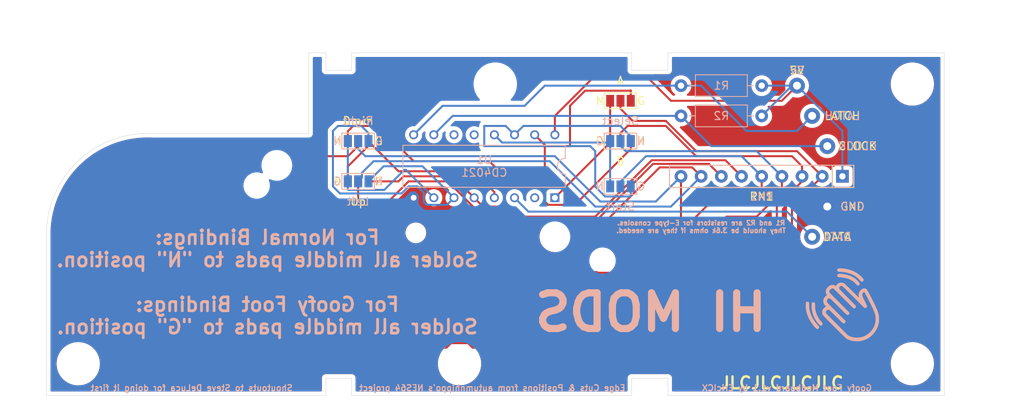
<source format=kicad_pcb>
(kicad_pcb (version 20211014) (generator pcbnew)
  (title_block (comment 1 "AutumnHippo's NES64 project and elektronaut's DXF") (comment 2 "Edge cuts, screw/mechanical holes and board dimensions from"))
  (layers (0 "F.Cu" signal) (31 "B.Cu" signal) (34 "B.Paste" user) (35 "F.Paste" user) (36 "B.SilkS" user "B.Silkscreen") (37 "F.SilkS" user "F.Silkscreen") (38 "B.Mask" user) (39 "F.Mask" user) (44 "Edge.Cuts" user))
  (net 0 "")
  (net 1 "Net-(J1-Pad1)")
  (net 2 "Net-(J2-Pad1)")
  (net 3 "Net-(J3-Pad1)")
  (net 4 "+5V")
  (net 5 "GND")
  (net 9 "Net-(U1-Pad7)")
  (net 10 "Net-(S1-Pad2)")
  (net 11 "Net-(U1-Pad6)")
  (net 12 "Net-(S2-Pad2)")
  (net 13 "Net-(S3-Pad2)")
  (net 14 "Net-(S5-Pad2)")
  (net 15 "Net-(U1-Pad14)")
  (net 16 "Net-(S6-Pad2)")
  (net 17 "Net-(U1-Pad15)")
  (net 18 "Net-(S7-Pad2)")
  (net 19 "Net-(U1-Pad1)")
  (net 20 "Net-(S8-Pad2)")
  (net 21 "Net-(JP4-Pad1)")
  (net 22 "Net-(JP4-Pad3)")
  (net 23 "Net-(RN1-Pad6)")
  (net 24 "Net-(JP6-Pad3)")
  (footprint "" (layer "F.Cu") (at 82.24 99.82)
    (fp_text reference "@HOLE0" hide)
    (fp_text value "" (at 0 0) (layer "F.SilkS") (effects (font (size 1.27 1.27))))
    (pad "" np_thru_hole circle (at 0 0) (size 4.44 4.44) (drill 4.44) (layers *.Cu *.Mask))
  )
  (footprint "NES:Controller-Pad" (layer "F.Cu") (at 135.025 89.789)
    (fp_text reference "S5" hide)
    (fp_text value "Start_Button" hide)
    (pad "1" smd custom (at -0.2 -0.2) (size 0 0) (layers "F.Cu" "F.Paste" "F.Mask") (net 5 "GND") (options (clearance outline) (anchor rect)) (primitives (gr_poly (pts (xy 0 0) (xy 7 0) (xy 7 0.4) (xy 0.4 0.4) (xy 0.4 1.2) (xy 6.4 1.2) (xy 6.4 1.6) (xy 0.4 1.6) (xy 0.4 2.4) (xy 6.4 2.4) (xy 6.4 2.8) (xy 0.4 2.8) (xy 0.4 3.6) (xy 6.4 3.6) (xy 6.4 4) (xy 0.4 4) (xy 0.4 4.8) (xy 6.4 4.8) (xy 6.4 5.2) (xy 0.4 5.2) (xy 0.4 6) (xy 6.4 6) (xy 6.4 6.4) (xy 0 6.4)) (width 0) (fill yes))))
    (pad "2" smd custom (at 6.8 6.8 180) (size 0 0) (layers "F.Cu" "F.Paste" "F.Mask") (net 14 "Net-(S5-Pad2)") (options (clearance outline) (anchor rect)) (primitives (gr_poly (pts (xy 0 0) (xy 7 0) (xy 7 0.4) (xy 0.4 0.4) (xy 0.4 1.2) (xy 6.4 1.2) (xy 6.4 1.6) (xy 0.4 1.6) (xy 0.4 2.4) (xy 6.4 2.4) (xy 6.4 2.8) (xy 0.4 2.8) (xy 0.4 3.6) (xy 6.4 3.6) (xy 6.4 4) (xy 0.4 4) (xy 0.4 4.8) (xy 6.4 4.8) (xy 6.4 5.2) (xy 0.4 5.2) (xy 0.4 6) (xy 6.4 6) (xy 6.4 6.4) (xy 0 6.4)) (width 0) (fill yes))))
  )
  (footprint "NES:Controller-Pad" (layer "F.Cu") (at 156.516 89.7765)
    (fp_text reference "S7" hide)
    (fp_text value "B_Button" hide)
    (pad "1" smd custom (at -0.2 -0.2) (size 0 0) (layers "F.Cu" "F.Paste" "F.Mask") (net 5 "GND") (options (clearance outline) (anchor rect)) (primitives (gr_poly (pts (xy 0 0) (xy 7 0) (xy 7 0.4) (xy 0.4 0.4) (xy 0.4 1.2) (xy 6.4 1.2) (xy 6.4 1.6) (xy 0.4 1.6) (xy 0.4 2.4) (xy 6.4 2.4) (xy 6.4 2.8) (xy 0.4 2.8) (xy 0.4 3.6) (xy 6.4 3.6) (xy 6.4 4) (xy 0.4 4) (xy 0.4 4.8) (xy 6.4 4.8) (xy 6.4 5.2) (xy 0.4 5.2) (xy 0.4 6) (xy 6.4 6) (xy 6.4 6.4) (xy 0 6.4)) (width 0) (fill yes))))
    (pad "2" smd custom (at 6.8 6.8 180) (size 0 0) (layers "F.Cu" "F.Paste" "F.Mask") (net 18 "Net-(S7-Pad2)") (options (clearance outline) (anchor rect)) (primitives (gr_poly (pts (xy 0 0) (xy 7 0) (xy 7 0.4) (xy 0.4 0.4) (xy 0.4 1.2) (xy 6.4 1.2) (xy 6.4 1.6) (xy 0.4 1.6) (xy 0.4 2.4) (xy 6.4 2.4) (xy 6.4 2.8) (xy 0.4 2.8) (xy 0.4 3.6) (xy 6.4 3.6) (xy 6.4 4) (xy 0.4 4) (xy 0.4 4.8) (xy 6.4 4.8) (xy 6.4 5.2) (xy 0.4 5.2) (xy 0.4 6) (xy 6.4 6) (xy 6.4 6.4) (xy 0 6.4)) (width 0) (fill yes))))
  )
  (footprint "NES:Controller-Pad" (layer "F.Cu") (at 91.492 93.0785)
    (fp_text reference "S3" hide)
    (fp_text value "Down_Pad" hide)
    (pad "1" smd custom (at -0.2 -0.2) (size 0 0) (layers "F.Cu" "F.Paste" "F.Mask") (net 5 "GND") (options (clearance outline) (anchor rect)) (primitives (gr_poly (pts (xy 0 0) (xy 7 0) (xy 7 0.4) (xy 0.4 0.4) (xy 0.4 1.2) (xy 6.4 1.2) (xy 6.4 1.6) (xy 0.4 1.6) (xy 0.4 2.4) (xy 6.4 2.4) (xy 6.4 2.8) (xy 0.4 2.8) (xy 0.4 3.6) (xy 6.4 3.6) (xy 6.4 4) (xy 0.4 4) (xy 0.4 4.8) (xy 6.4 4.8) (xy 6.4 5.2) (xy 0.4 5.2) (xy 0.4 6) (xy 6.4 6) (xy 6.4 6.4) (xy 0 6.4)) (width 0) (fill yes))))
    (pad "2" smd custom (at 6.8 6.8 180) (size 0 0) (layers "F.Cu" "F.Paste" "F.Mask") (net 13 "Net-(S3-Pad2)") (options (clearance outline) (anchor rect)) (primitives (gr_poly (pts (xy 0 0) (xy 7 0) (xy 7 0.4) (xy 0.4 0.4) (xy 0.4 1.2) (xy 6.4 1.2) (xy 6.4 1.6) (xy 0.4 1.6) (xy 0.4 2.4) (xy 6.4 2.4) (xy 6.4 2.8) (xy 0.4 2.8) (xy 0.4 3.6) (xy 6.4 3.6) (xy 6.4 4) (xy 0.4 4) (xy 0.4 4.8) (xy 6.4 4.8) (xy 6.4 5.2) (xy 0.4 5.2) (xy 0.4 6) (xy 6.4 6) (xy 6.4 6.4) (xy 0 6.4)) (width 0) (fill yes))))
  )
  (footprint "NES:Controller_Cord_Pad" (layer "F.Cu") (at 176.53 80.01)
    (fp_text reference "J5" hide)
    (fp_text value "NES_GND" hide)
    (pad "1" thru_hole circle (at 0 0) (size 2 2) (drill 1) (layers *.Cu *.Mask) (net 5 "GND"))
  )
  (footprint "NES:Controller-Pad" (layer "F.Cu") (at 119.025 89.7765)
    (fp_text reference "S6" hide)
    (fp_text value "Select_Button" hide)
    (pad "1" smd custom (at -0.2 -0.2) (size 0 0) (layers "F.Cu" "F.Paste" "F.Mask") (net 5 "GND") (options (clearance outline) (anchor rect)) (primitives (gr_poly (pts (xy 0 0) (xy 7 0) (xy 7 0.4) (xy 0.4 0.4) (xy 0.4 1.2) (xy 6.4 1.2) (xy 6.4 1.6) (xy 0.4 1.6) (xy 0.4 2.4) (xy 6.4 2.4) (xy 6.4 2.8) (xy 0.4 2.8) (xy 0.4 3.6) (xy 6.4 3.6) (xy 6.4 4) (xy 0.4 4) (xy 0.4 4.8) (xy 6.4 4.8) (xy 6.4 5.2) (xy 0.4 5.2) (xy 0.4 6) (xy 6.4 6) (xy 6.4 6.4) (xy 0 6.4)) (width 0) (fill yes))))
    (pad "2" smd custom (at 6.8 6.8 180) (size 0 0) (layers "F.Cu" "F.Paste" "F.Mask") (net 16 "Net-(S6-Pad2)") (options (clearance outline) (anchor rect)) (primitives (gr_poly (pts (xy 0 0) (xy 7 0) (xy 7 0.4) (xy 0.4 0.4) (xy 0.4 1.2) (xy 6.4 1.2) (xy 6.4 1.6) (xy 0.4 1.6) (xy 0.4 2.4) (xy 6.4 2.4) (xy 6.4 2.8) (xy 0.4 2.8) (xy 0.4 3.6) (xy 6.4 3.6) (xy 6.4 4) (xy 0.4 4) (xy 0.4 4.8) (xy 6.4 4.8) (xy 6.4 5.2) (xy 0.4 5.2) (xy 0.4 6) (xy 6.4 6) (xy 6.4 6.4) (xy 0 6.4)) (width 0) (fill yes))))
  )
  (footprint "" (layer "F.Cu") (at 148.24 86.828)
    (fp_text reference "@HOLE7" hide)
    (fp_text value "" (at 0 0) (layer "F.SilkS") (effects (font (size 1.27 1.27))))
    (pad "" np_thru_hole circle (at 0 0) (size 2.3 2.3) (drill 2.3) (layers *.Cu *.Mask))
  )
  (footprint "NES:Controller_Cord_Pad" (layer "F.Cu") (at 172.72 64.77)
    (fp_text reference "J4" hide)
    (fp_text value "NES_5V" hide)
    (pad "1" thru_hole circle (at 0 0) (size 2 2) (drill 1) (layers *.Cu *.Mask) (net 4 "+5V"))
  )
  (footprint "NES:Controller_Cord_Pad" (layer "F.Cu") (at 174.625 83.82)
    (fp_text reference "J3" hide)
    (fp_text value "NES_Data" hide)
    (pad "1" thru_hole circle (at 0 0) (size 2 2) (drill 1) (layers *.Cu *.Mask) (net 3 "Net-(J3-Pad1)"))
  )
  (footprint "NES:Controller-Pad" (layer "F.Cu") (at 100.625 83.925)
    (fp_text reference "S1" hide)
    (fp_text value "Right_Pad" hide)
    (pad "1" smd custom (at -0.2 -0.2) (size 0 0) (layers "F.Cu" "F.Paste" "F.Mask") (net 5 "GND") (options (clearance outline) (anchor rect)) (primitives (gr_poly (pts (xy 0 0) (xy 7 0) (xy 7 0.4) (xy 0.4 0.4) (xy 0.4 1.2) (xy 6.4 1.2) (xy 6.4 1.6) (xy 0.4 1.6) (xy 0.4 2.4) (xy 6.4 2.4) (xy 6.4 2.8) (xy 0.4 2.8) (xy 0.4 3.6) (xy 6.4 3.6) (xy 6.4 4) (xy 0.4 4) (xy 0.4 4.8) (xy 6.4 4.8) (xy 6.4 5.2) (xy 0.4 5.2) (xy 0.4 6) (xy 6.4 6) (xy 6.4 6.4) (xy 0 6.4)) (width 0) (fill yes))))
    (pad "2" smd custom (at 6.8 6.8 180) (size 0 0) (layers "F.Cu" "F.Paste" "F.Mask") (net 10 "Net-(S1-Pad2)") (options (clearance outline) (anchor rect)) (primitives (gr_poly (pts (xy 0 0) (xy 7 0) (xy 7 0.4) (xy 0.4 0.4) (xy 0.4 1.2) (xy 6.4 1.2) (xy 6.4 1.6) (xy 0.4 1.6) (xy 0.4 2.4) (xy 6.4 2.4) (xy 6.4 2.8) (xy 0.4 2.8) (xy 0.4 3.6) (xy 6.4 3.6) (xy 6.4 4) (xy 0.4 4) (xy 0.4 4.8) (xy 6.4 4.8) (xy 6.4 5.2) (xy 0.4 5.2) (xy 0.4 6) (xy 6.4 6) (xy 6.4 6.4) (xy 0 6.4)) (width 0) (fill yes))))
  )
  (footprint "" (layer "F.Cu") (at 107.24 74.82)
    (fp_text reference "@HOLE5" hide)
    (fp_text value "" (at 0 0) (layer "F.SilkS") (effects (font (size 1.27 1.27))))
    (pad "" np_thru_hole circle (at 0 0) (size 2.85 2.85) (drill 2.85) (layers *.Cu *.Mask))
  )
  (footprint "" (layer "F.Cu") (at 187.24 64.574)
    (fp_text reference "@HOLE3" hide)
    (fp_text value "" (at 0 0) (layer "F.SilkS") (effects (font (size 1.27 1.27))))
    (pad "" np_thru_hole circle (at 0 0) (size 4.44 4.44) (drill 4.44) (layers *.Cu *.Mask))
  )
  (footprint "clipboard:3e7bcc2a-10c2-45cd-9897-4c0007e1c7fc" (layer "F.Cu") (at 179.875 77.6 180)
    (fp_text reference "" (at 0 0) (layer "F.SilkS") (effects (font (size 1.27 1.27))))
    (fp_text value "" (at 0 0) (layer "F.SilkS") (effects (font (size 1.27 1.27))))
  )
  (footprint "" (layer "F.Cu") (at 130.24 99.82)
    (fp_text reference "@HOLE1" hide)
    (fp_text value "" (at 0 0) (layer "F.SilkS") (effects (font (size 1.27 1.27))))
    (pad "" np_thru_hole circle (at 0 0) (size 4.44 4.44) (drill 4.44) (layers *.Cu *.Mask))
  )
  (footprint "" (layer "F.Cu") (at 134.739871 64.574)
    (fp_text reference "@HOLE4" hide)
    (fp_text value "" (at 0 0) (layer "F.SilkS") (effects (font (size 1.27 1.27))))
    (pad "" np_thru_hole circle (at 0 0) (size 4.44 4.44) (drill 4.44) (layers *.Cu *.Mask))
  )
  (footprint "NES:Controller-Pad" (layer "F.Cu") (at 82.525 83.925)
    (fp_text reference "S2" hide)
    (fp_text value "Left_Pad" hide)
    (pad "1" smd custom (at -0.2 -0.2) (size 0 0) (layers "F.Cu" "F.Paste" "F.Mask") (net 5 "GND") (options (clearance outline) (anchor rect)) (primitives (gr_poly (pts (xy 0 0) (xy 7 0) (xy 7 0.4) (xy 0.4 0.4) (xy 0.4 1.2) (xy 6.4 1.2) (xy 6.4 1.6) (xy 0.4 1.6) (xy 0.4 2.4) (xy 6.4 2.4) (xy 6.4 2.8) (xy 0.4 2.8) (xy 0.4 3.6) (xy 6.4 3.6) (xy 6.4 4) (xy 0.4 4) (xy 0.4 4.8) (xy 6.4 4.8) (xy 6.4 5.2) (xy 0.4 5.2) (xy 0.4 6) (xy 6.4 6) (xy 6.4 6.4) (xy 0 6.4)) (width 0) (fill yes))))
    (pad "2" smd custom (at 6.8 6.8 180) (size 0 0) (layers "F.Cu" "F.Paste" "F.Mask") (net 12 "Net-(S2-Pad2)") (options (clearance outline) (anchor rect)) (primitives (gr_poly (pts (xy 0 0) (xy 7 0) (xy 7 0.4) (xy 0.4 0.4) (xy 0.4 1.2) (xy 6.4 1.2) (xy 6.4 1.6) (xy 0.4 1.6) (xy 0.4 2.4) (xy 6.4 2.4) (xy 6.4 2.8) (xy 0.4 2.8) (xy 0.4 3.6) (xy 6.4 3.6) (xy 6.4 4) (xy 0.4 4) (xy 0.4 4.8) (xy 6.4 4.8) (xy 6.4 5.2) (xy 0.4 5.2) (xy 0.4 6) (xy 6.4 6) (xy 6.4 6.4) (xy 0 6.4)) (width 0) (fill yes))))
  )
  (footprint "" (layer "F.Cu") (at 187.24 99.82)
    (fp_text reference "@HOLE2" hide)
    (fp_text value "" (at 0 0) (layer "F.SilkS") (effects (font (size 1.27 1.27))))
    (pad "" np_thru_hole circle (at 0 0) (size 4.44 4.44) (drill 4.44) (layers *.Cu *.Mask))
  )
  (footprint "Jumper:SolderJumper-3_P1.3mm_Open_Pad1.0x1.5mm_NumberLabels" (layer "F.Cu") (at 117.475 71.755 180)
    (fp_text reference "JPd" hide)
    (fp_text value "Down_Jumper" hide)
    (fp_text user "N" (at 2.6 0) (layer "F.SilkS"))
    (fp_text user "G" (at -2.6 0) (layer "F.SilkS"))
    (pad "1" smd rect (at -1.3 0 180) (size 1 1.5) (layers "F.Cu" "F.Mask") (net 21 "Net-(JP4-Pad1)"))
    (pad "2" smd rect (at 0 0 180) (size 1 1.5) (layers "F.Cu" "F.Mask") (net 13 "Net-(S3-Pad2)"))
    (pad "3" smd rect (at 1.3 0 180) (size 1 1.5) (layers "F.Cu" "F.Mask") (net 22 "Net-(JP4-Pad3)"))
  )
  (footprint "NES:Controller-Pad" (layer "F.Cu") (at 98.246 81.2925 180)
    (fp_text reference "S4" hide)
    (fp_text value "Up_Pad" hide)
    (pad "1" smd custom (at -0.2 -0.2 180) (size 0 0) (layers "F.Cu" "F.Paste" "F.Mask") (net 5 "GND") (options (clearance outline) (anchor rect)) (primitives (gr_poly (pts (xy 0 0) (xy 7 0) (xy 7 0.4) (xy 0.4 0.4) (xy 0.4 1.2) (xy 6.4 1.2) (xy 6.4 1.6) (xy 0.4 1.6) (xy 0.4 2.4) (xy 6.4 2.4) (xy 6.4 2.8) (xy 0.4 2.8) (xy 0.4 3.6) (xy 6.4 3.6) (xy 6.4 4) (xy 0.4 4) (xy 0.4 4.8) (xy 6.4 4.8) (xy 6.4 5.2) (xy 0.4 5.2) (xy 0.4 6) (xy 6.4 6) (xy 6.4 6.4) (xy 0 6.4)) (width 0) (fill yes))))
    (pad "2" smd custom (at 6.8 6.8) (size 0 0) (layers "F.Cu" "F.Paste" "F.Mask") (net 23 "Net-(RN1-Pad6)") (options (clearance outline) (anchor rect)) (primitives (gr_poly (pts (xy 0 0) (xy 7 0) (xy 7 0.4) (xy 0.4 0.4) (xy 0.4 1.2) (xy 6.4 1.2) (xy 6.4 1.6) (xy 0.4 1.6) (xy 0.4 2.4) (xy 6.4 2.4) (xy 6.4 2.8) (xy 0.4 2.8) (xy 0.4 3.6) (xy 6.4 3.6) (xy 6.4 4) (xy 0.4 4) (xy 0.4 4.8) (xy 6.4 4.8) (xy 6.4 5.2) (xy 0.4 5.2) (xy 0.4 6) (xy 6.4 6) (xy 6.4 6.4) (xy 0 6.4)) (width 0) (fill yes))))
  )
  (footprint "" (layer "F.Cu") (at 124.739781 83.319991)
    (fp_text reference "@HOLE9" hide)
    (fp_text value "" (at 0 0) (layer "F.SilkS") (effects (font (size 1.27 1.27))))
    (pad "" np_thru_hole circle (at 0 0) (size 1.6002 1.6002) (drill 1.6002) (layers *.Cu *.Mask))
  )
  (footprint "NES:Controller_Cord_Pad" (layer "F.Cu") (at 174.625 68.58)
    (fp_text reference "J1" hide)
    (fp_text value "NES_Latch" hide)
    (pad "1" thru_hole circle (at 0 0) (size 2 2) (drill 1) (layers *.Cu *.Mask) (net 1 "Net-(J1-Pad1)"))
  )
  (footprint "" (layer "F.Cu") (at 142.24 83.82)
    (fp_text reference "@HOLE6" hide)
    (fp_text value "" (at 0 0) (layer "F.SilkS") (effects (font (size 1.27 1.27))))
    (pad "" np_thru_hole circle (at 0 0) (size 2.85 2.85) (drill 2.85) (layers *.Cu *.Mask))
  )
  (footprint "NES:Controller-Pad" (layer "F.Cu") (at 179.272 96.3875 180)
    (fp_text reference "S8" hide)
    (fp_text value "A_Button" hide)
    (pad "1" smd custom (at -0.2 -0.2 180) (size 0 0) (layers "F.Cu" "F.Paste" "F.Mask") (net 5 "GND") (options (clearance outline) (anchor rect)) (primitives (gr_poly (pts (xy 0 0) (xy 7 0) (xy 7 0.4) (xy 0.4 0.4) (xy 0.4 1.2) (xy 6.4 1.2) (xy 6.4 1.6) (xy 0.4 1.6) (xy 0.4 2.4) (xy 6.4 2.4) (xy 6.4 2.8) (xy 0.4 2.8) (xy 0.4 3.6) (xy 6.4 3.6) (xy 6.4 4) (xy 0.4 4) (xy 0.4 4.8) (xy 6.4 4.8) (xy 6.4 5.2) (xy 0.4 5.2) (xy 0.4 6) (xy 6.4 6) (xy 6.4 6.4) (xy 0 6.4)) (width 0) (fill yes))))
    (pad "2" smd custom (at 6.8 6.8) (size 0 0) (layers "F.Cu" "F.Paste" "F.Mask") (net 20 "Net-(S8-Pad2)") (options (clearance outline) (anchor rect)) (primitives (gr_poly (pts (xy 0 0) (xy 7 0) (xy 7 0.4) (xy 0.4 0.4) (xy 0.4 1.2) (xy 6.4 1.2) (xy 6.4 1.6) (xy 0.4 1.6) (xy 0.4 2.4) (xy 6.4 2.4) (xy 6.4 2.8) (xy 0.4 2.8) (xy 0.4 3.6) (xy 6.4 3.6) (xy 6.4 4) (xy 0.4 4) (xy 0.4 4.8) (xy 6.4 4.8) (xy 6.4 5.2) (xy 0.4 5.2) (xy 0.4 6) (xy 6.4 6) (xy 6.4 6.4) (xy 0 6.4)) (width 0) (fill yes))))
  )
  (footprint "Jumper:SolderJumper-3_P1.3mm_Open_Pad1.0x1.5mm_NumberLabels" (layer "F.Cu") (at 150.495 71.755)
    (fp_text reference "JP7" hide)
    (fp_text value "B_Jumper" hide)
    (fp_text user "G" (at -2.6 0) (layer "F.SilkS"))
    (fp_text user "N" (at 2.6 0) (layer "F.SilkS"))
    (pad "1" smd rect (at -1.3 0) (size 1 1.5) (layers "F.Cu" "F.Mask") (net 19 "Net-(U1-Pad1)"))
    (pad "2" smd rect (at 0 0) (size 1 1.5) (layers "F.Cu" "F.Mask") (net 18 "Net-(S7-Pad2)"))
    (pad "3" smd rect (at 1.3 0) (size 1 1.5) (layers "F.Cu" "F.Mask") (net 17 "Net-(U1-Pad15)"))
  )
  (footprint "Jumper:SolderJumper-3_P1.3mm_Open_Pad1.0x1.5mm_NumberLabels" (layer "F.Cu") (at 150.495 66.675)
    (fp_text reference "JP8" hide)
    (fp_text value "A_Jumper" hide)
    (fp_text user "G" (at 2.6 0) (layer "F.SilkS"))
    (fp_text user "N" (at -2.6 0) (layer "F.SilkS"))
    (pad "1" smd rect (at -1.3 0) (size 1 1.5) (layers "F.Cu" "F.Mask") (net 19 "Net-(U1-Pad1)"))
    (pad "2" smd rect (at 0 0) (size 1 1.5) (layers "F.Cu" "F.Mask") (net 20 "Net-(S8-Pad2)"))
    (pad "3" smd rect (at 1.3 0) (size 1 1.5) (layers "F.Cu" "F.Mask") (net 17 "Net-(U1-Pad15)"))
  )
  (footprint "Jumper:SolderJumper-3_P1.3mm_Open_Pad1.0x1.5mm_NumberLabels" (layer "F.Cu") (at 117.475 76.835)
    (fp_text reference "JP4" hide)
    (fp_text value "Up_Jumper" hide)
    (fp_text user "N" (at -2.6 0) (layer "F.SilkS"))
    (fp_text user "G" (at 2.6 0) (layer "F.SilkS"))
    (pad "1" smd rect (at -1.3 0) (size 1 1.5) (layers "F.Cu" "F.Mask") (net 21 "Net-(JP4-Pad1)"))
    (pad "2" smd rect (at 0 0) (size 1 1.5) (layers "F.Cu" "F.Mask") (net 23 "Net-(RN1-Pad6)"))
    (pad "3" smd rect (at 1.3 0) (size 1 1.5) (layers "F.Cu" "F.Mask") (net 22 "Net-(JP4-Pad3)"))
  )
  (footprint "" (layer "F.Cu") (at 104.7 77.36)
    (fp_text reference "@HOLE8" hide)
    (fp_text value "" (at 0 0) (layer "F.SilkS") (effects (font (size 1.27 1.27))))
    (pad "" np_thru_hole circle (at 0 0) (size 2.3 2.3) (drill 2.3) (layers *.Cu *.Mask))
  )
  (footprint "NES:Controller_Cord_Pad" (layer "F.Cu") (at 176.53 72.39)
    (fp_text reference "J2" hide)
    (fp_text value "NES_Clock" hide)
    (pad "1" thru_hole circle (at 0 0) (size 2 2) (drill 1) (layers *.Cu *.Mask) (net 2 "Net-(J2-Pad1)"))
  )
  (footprint "Mouser:DIP794W53P254L1930H508Q16N" (layer "B.Cu") (at 133.35 74.93 90)
    (fp_text reference "U1" hide)
    (fp_text value "CD4021" hide)
    (pad "1" thru_hole rect (at -3.97 8.89 90) (size 1.13 1.13) (drill 0.73) (layers *.Cu *.Mask) (net 19 "Net-(U1-Pad1)"))
    (pad "2" thru_hole circle (at -3.97 6.35 90) (size 1.13 1.13) (drill 0.73) (layers *.Cu *.Mask))
    (pad "3" thru_hole circle (at -3.97 3.81 90) (size 1.13 1.13) (drill 0.73) (layers *.Cu *.Mask) (net 3 "Net-(J3-Pad1)"))
    (pad "4" thru_hole circle (at -3.97 1.27 90) (size 1.13 1.13) (drill 0.73) (layers *.Cu *.Mask) (net 21 "Net-(JP4-Pad1)"))
    (pad "5" thru_hole circle (at -3.97 -1.27 90) (size 1.13 1.13) (drill 0.73) (layers *.Cu *.Mask) (net 22 "Net-(JP4-Pad3)"))
    (pad "6" thru_hole circle (at -3.97 -3.81 90) (size 1.13 1.13) (drill 0.73) (layers *.Cu *.Mask) (net 11 "Net-(U1-Pad6)"))
    (pad "7" thru_hole circle (at -3.97 -6.35 90) (size 1.13 1.13) (drill 0.73) (layers *.Cu *.Mask) (net 9 "Net-(U1-Pad7)"))
    (pad "8" thru_hole circle (at -3.97 -8.89 90) (size 1.13 1.13) (drill 0.73) (layers *.Cu *.Mask) (net 5 "GND"))
    (pad "9" thru_hole circle (at 3.97 -8.89 90) (size 1.13 1.13) (drill 0.73) (layers *.Cu *.Mask) (net 1 "Net-(J1-Pad1)"))
    (pad "10" thru_hole circle (at 3.97 -6.35 90) (size 1.13 1.13) (drill 0.73) (layers *.Cu *.Mask) (net 2 "Net-(J2-Pad1)"))
    (pad "11" thru_hole circle (at 3.97 -3.81 90) (size 1.13 1.13) (drill 0.73) (layers *.Cu *.Mask))
    (pad "12" thru_hole circle (at 3.97 -1.27 90) (size 1.13 1.13) (drill 0.73) (layers *.Cu *.Mask))
    (pad "13" thru_hole circle (at 3.97 1.27 90) (size 1.13 1.13) (drill 0.73) (layers *.Cu *.Mask) (net 24 "Net-(JP6-Pad3)"))
    (pad "14" thru_hole circle (at 3.97 3.81 90) (size 1.13 1.13) (drill 0.73) (layers *.Cu *.Mask) (net 15 "Net-(U1-Pad14)"))
    (pad "15" thru_hole circle (at 3.97 6.35 90) (size 1.13 1.13) (drill 0.73) (layers *.Cu *.Mask) (net 17 "Net-(U1-Pad15)"))
    (pad "16" thru_hole circle (at 3.97 8.89 90) (size 1.13 1.13) (drill 0.73) (layers *.Cu *.Mask) (net 4 "+5V"))
  )
  (footprint "Resistor_THT:R_Axial_DIN0207_L6.3mm_D2.5mm_P10.16mm_Horizontal" (layer "B.Cu") (at 168.275 64.77 180)
    (fp_text reference "R1" (at 5.08 0) (layer "B.SilkS") (effects (justify mirror)))
    (fp_text value "3.6k" hide)
    (pad "1" thru_hole circle (at 0 0 180) (size 1.6 1.6) (drill 0.8) (layers *.Cu *.Mask) (net 4 "+5V"))
    (pad "2" thru_hole oval (at 10.16 0 180) (size 1.6 1.6) (drill 0.8) (layers *.Cu *.Mask) (net 1 "Net-(J1-Pad1)"))
  )
  (footprint "Jumper:SolderJumper-3_P1.3mm_Open_Pad1.0x1.5mm_NumberLabels" (layer "B.Cu") (at 150.495 77.47 180)
    (fp_text reference "JP5" hide)
    (fp_text value "Start_Jumper" hide)
    (fp_text user "N" (at 2.6 0) (layer "B.SilkS") (effects (justify mirror)))
    (fp_text user "G" (at -2.6 0) (layer "B.SilkS") (effects (justify mirror)))
    (pad "1" smd rect (at -1.3 0 180) (size 1 1.5) (layers "B.Cu" "B.Mask") (net 15 "Net-(U1-Pad14)"))
    (pad "2" smd rect (at 0 0 180) (size 1 1.5) (layers "B.Cu" "B.Mask") (net 14 "Net-(S5-Pad2)"))
    (pad "3" smd rect (at 1.3 0 180) (size 1 1.5) (layers "B.Cu" "B.Mask") (net 24 "Net-(JP6-Pad3)"))
  )
  (footprint "Jumper:SolderJumper-3_P1.3mm_Open_Pad1.0x1.5mm_NumberLabels" (layer "B.Cu") (at 150.495 71.755 180)
    (fp_text reference "JP6" hide)
    (fp_text value "Select_Jumper" hide)
    (fp_text user "N" (at -2.6 0) (layer "B.SilkS") (effects (justify mirror)))
    (fp_text user "G" (at 2.6 0) (layer "B.SilkS") (effects (justify mirror)))
    (pad "1" smd rect (at -1.3 0 180) (size 1 1.5) (layers "B.Cu" "B.Mask") (net 15 "Net-(U1-Pad14)"))
    (pad "2" smd rect (at 0 0 180) (size 1 1.5) (layers "B.Cu" "B.Mask") (net 16 "Net-(S6-Pad2)"))
    (pad "3" smd rect (at 1.3 0 180) (size 1 1.5) (layers "B.Cu" "B.Mask") (net 24 "Net-(JP6-Pad3)"))
  )
  (footprint "LOGO" (layer "B.Cu") (at 178.435 92.71 180)
    (fp_text reference "G***" hide)
    (fp_text value "LOGO" hide)
  )
  (footprint "Jumper:SolderJumper-3_P1.3mm_Open_Pad1.0x1.5mm_NumberLabels" (layer "B.Cu") (at 117.475 71.755 180)
    (fp_text reference "JP1" hide)
    (fp_text value "Right_Jumper" hide)
    (fp_text user "N" (at 2.6 0) (layer "B.SilkS") (effects (justify mirror)))
    (fp_text user "G" (at -2.6 0) (layer "B.SilkS") (effects (justify mirror)))
    (pad "1" smd rect (at -1.3 0 180) (size 1 1.5) (layers "B.Cu" "B.Mask") (net 11 "Net-(U1-Pad6)"))
    (pad "2" smd rect (at 0 0 180) (size 1 1.5) (layers "B.Cu" "B.Mask") (net 10 "Net-(S1-Pad2)"))
    (pad "3" smd rect (at 1.3 0 180) (size 1 1.5) (layers "B.Cu" "B.Mask") (net 9 "Net-(U1-Pad7)"))
  )
  (footprint "Jumper:SolderJumper-3_P1.3mm_Open_Pad1.0x1.5mm_NumberLabels" (layer "B.Cu") (at 117.475 76.835 180)
    (fp_text reference "JP2" hide)
    (fp_text value "Left_Jumper" hide)
    (fp_text user "G" (at 2.6 0) (layer "B.SilkS") (effects (justify mirror)))
    (fp_text user "N" (at -2.6 0) (layer "B.SilkS") (effects (justify mirror)))
    (pad "1" smd rect (at -1.3 0 180) (size 1 1.5) (layers "B.Cu" "B.Mask") (net 11 "Net-(U1-Pad6)"))
    (pad "2" smd rect (at 0 0 180) (size 1 1.5) (layers "B.Cu" "B.Mask") (net 12 "Net-(S2-Pad2)"))
    (pad "3" smd rect (at 1.3 0 180) (size 1 1.5) (layers "B.Cu" "B.Mask") (net 9 "Net-(U1-Pad7)"))
  )
  (footprint "Resistor_THT:R_Array_SIP9" (layer "B.Cu") (at 178.435 76.2 180)
    (fp_text reference "RN1" (at 10.16 -2.54) (layer "B.SilkS") (effects (justify mirror)))
    (fp_text value "R_Network08" hide)
    (pad "1" thru_hole rect (at 0 0 180) (size 1.6 1.6) (drill 0.8) (layers *.Cu *.Mask) (net 4 "+5V"))
    (pad "2" thru_hole oval (at 2.54 0 180) (size 1.6 1.6) (drill 0.8) (layers *.Cu *.Mask) (net 20 "Net-(S8-Pad2)"))
    (pad "3" thru_hole oval (at 5.08 0 180) (size 1.6 1.6) (drill 0.8) (layers *.Cu *.Mask) (net 18 "Net-(S7-Pad2)"))
    (pad "4" thru_hole oval (at 7.62 0 180) (size 1.6 1.6) (drill 0.8) (layers *.Cu *.Mask) (net 16 "Net-(S6-Pad2)"))
    (pad "5" thru_hole oval (at 10.16 0 180) (size 1.6 1.6) (drill 0.8) (layers *.Cu *.Mask) (net 14 "Net-(S5-Pad2)"))
    (pad "6" thru_hole oval (at 12.7 0 180) (size 1.6 1.6) (drill 0.8) (layers *.Cu *.Mask) (net 23 "Net-(RN1-Pad6)"))
    (pad "7" thru_hole oval (at 15.24 0 180) (size 1.6 1.6) (drill 0.8) (layers *.Cu *.Mask) (net 13 "Net-(S3-Pad2)"))
    (pad "8" thru_hole oval (at 17.78 0 180) (size 1.6 1.6) (drill 0.8) (layers *.Cu *.Mask) (net 12 "Net-(S2-Pad2)"))
    (pad "9" thru_hole oval (at 20.32 0 180) (size 1.6 1.6) (drill 0.8) (layers *.Cu *.Mask) (net 10 "Net-(S1-Pad2)"))
  )
  (footprint "Resistor_THT:R_Axial_DIN0207_L6.3mm_D2.5mm_P10.16mm_Horizontal" (layer "B.Cu") (at 158.115 68.58)
    (fp_text reference "R2" (at 5.08 0) (layer "B.SilkS") (effects (justify mirror)))
    (fp_text value "3.6k" hide)
    (pad "1" thru_hole circle (at 0 0) (size 1.6 1.6) (drill 0.8) (layers *.Cu *.Mask) (net 2 "Net-(J2-Pad1)"))
    (pad "2" thru_hole oval (at 10.16 0) (size 1.6 1.6) (drill 0.8) (layers *.Cu *.Mask) (net 4 "+5V"))
  )
  (gr_line (start 111.26 70.8) (end 90.94 70.8) (layer "Edge.Cuts") (width 0.05))
  (gr_line (start 113.419 101.6356) (end 116.6448 101.6356) (layer "Edge.Cuts") (width 0.05))
  (gr_line (start 116.6448 101.6356) (end 116.6448 103.82) (layer "Edge.Cuts") (width 0.05))
  (gr_line (start 116.6448 62.8244) (end 113.419 62.8244) (layer "Edge.Cuts") (width 0.05))
  (gr_line (start 116.6448 103.82) (end 151.9 103.82) (layer "Edge.Cuts") (width 0.05))
  (gr_line (start 151.9 62.8244) (end 151.9 60.64) (layer "Edge.Cuts") (width 0.05))
  (gr_line (start 151.9 101.6356) (end 156.472 101.6356) (layer "Edge.Cuts") (width 0.05))
  (gr_line (start 111.26 60.64) (end 111.26 70.8) (layer "Edge.Cuts") (width 0.05))
  (gr_line (start 191.27 60.64) (end 156.472 60.64) (layer "Edge.Cuts") (width 0.05))
  (gr_line (start 113.419 103.82) (end 113.419 101.6356) (layer "Edge.Cuts") (width 0.05))
  (gr_line (start 113.419 62.8244) (end 113.419 60.64) (layer "Edge.Cuts") (width 0.05))
  (gr_line (start 116.6448 60.64) (end 116.6448 62.8244) (layer "Edge.Cuts") (width 0.05))
  (gr_line (start 156.472 101.6356) (end 156.472 103.82) (layer "Edge.Cuts") (width 0.05))
  (gr_line (start 113.419 60.64) (end 111.26 60.64) (layer "Edge.Cuts") (width 0.05))
  (gr_line (start 191.27 103.82) (end 191.27 60.64) (layer "Edge.Cuts") (width 0.05))
  (gr_line (start 78.24 103.82) (end 113.419 103.82) (layer "Edge.Cuts") (width 0.05))
  (gr_line (start 151.9 103.82) (end 151.9 101.6356) (layer "Edge.Cuts") (width 0.05))
  (gr_line (start 156.472 62.8244) (end 151.9 62.8244) (layer "Edge.Cuts") (width 0.05))
  (gr_arc (start 78.24 83.5) (mid 81.959744 74.519744) (end 90.94 70.8) (layer "Edge.Cuts") (width 0.05))
  (gr_line (start 156.472 103.82) (end 191.27 103.82) (layer "Edge.Cuts") (width 0.05))
  (gr_line (start 151.9 60.64) (end 116.6448 60.64) (layer "Edge.Cuts") (width 0.05))
  (gr_line (start 78.24 83.5) (end 78.24 103.82) (layer "Edge.Cuts") (width 0.05))
  (gr_line (start 156.472 60.64) (end 156.472 62.8244) (layer "Edge.Cuts") (width 0.05))
  (gr_text "Start" (at 150.495 80.01) (layer "B.SilkS") (effects (font (size 1 1)) (justify mirror)))
  (gr_text "R1 and R2 are resistors for E-type consoles.\nThey should be 3.6k ohms if they are needed." (at 160.655 82.55) (layer "B.SilkS") (effects (font (size 0.6 0.6)) (justify mirror)))
  (gr_text "Edge Cuts & Positions from autumnhippo's NES64 project" (at 134.366 102.87) (layer "B.SilkS") (effects (font (size 0.75 0.75)) (justify mirror)))
  (gr_text "GND" (at 179.705 80.01) (layer "B.SilkS") (effects (font (size 1 1)) (justify mirror)))
  (gr_text "Right" (at 117.475 69.215) (layer "B.SilkS") (effects (font (size 1 1)) (justify mirror)))
  (gr_text "U1\nCD4021" (at 133.35 74.93) (layer "B.SilkS") (effects (font (size 1 1)) (justify mirror)))
  (gr_text "LATCH" (at 178.435 68.58) (layer "B.SilkS") (effects (font (size 1 1)) (justify mirror)))
  (gr_text "DATA" (at 177.8 83.82) (layer "B.SilkS") (effects (font (size 1 1)) (justify mirror)))
  (gr_text "5V" (at 172.72 62.865) (layer "B.SilkS") (effects (font (size 1 1)) (justify mirror)))
  (gr_text "Shoutouts to Steve DeLuca for doing it first" (at 96.52 102.87) (layer "B.SilkS") (effects (font (size 0.75 0.75)) (justify mirror)))
  (gr_text "Select" (at 150.495 69.215) (layer "B.SilkS") (effects (font (size 1 1)) (justify mirror)))
  (gr_text "CLOCK" (at 180.34 72.39) (layer "B.SilkS") (effects (font (size 1 1)) (justify mirror)))
  (gr_text "HI MODS" (at 154.305 93.345) (layer "B.SilkS") (effects (font (size 4.5 4.5) (thickness 0.9)) (justify mirror)))
  (gr_text "For Normal Bindings:\nSolder all middle pads to {dblquote}N{dblquote} position.\n\nFor Goofy Foot Bindings:\nSolder all middle pads to {dblquote}G{dblquote} position." (at 106.045 89.535) (layer "B.SilkS") (effects (font (size 1.75 1.75) (thickness 0.35)) (justify mirror)))
  (gr_text "Left" (at 117.475 79.375) (layer "B.SilkS") (effects (font (size 1 1)) (justify mirror)))
  (gr_text "Goofy Foot Modboard v1.1 by EricICX" (at 171.45 102.87) (layer "B.SilkS") (effects (font (size 0.75 0.75)) (justify mirror)))
  (gr_text "CLOCK" (at 180.34 72.39) (layer "F.SilkS") (effects (font (size 1 1))))
  (gr_text "LATCH" (at 178.435 68.58) (layer "F.SilkS") (effects (font (size 1 1))))
  (gr_text "JLCJLCJLCJLC" (at 170.815 102.235) (layer "F.SilkS") (effects (font (size 1.5 1.5) (thickness 0.3))))
  (gr_text "Up" (at 117.475 79.375) (layer "F.SilkS") (effects (font (size 1 1))))
  (gr_text "A" (at 150.495 64.135) (layer "F.SilkS") (effects (font (size 1 1))))
  (gr_text "5V" (at 172.72 62.865) (layer "F.SilkS") (effects (font (size 1 1))))
  (gr_text "GND" (at 179.705 80.01) (layer "F.SilkS") (effects (font (size 1 1))))
  (gr_text "Down" (at 117.475 69.215) (layer "F.SilkS") (effects (font (size 1 1))))
  (gr_text "RN1" (at 168.275 78.74) (layer "F.SilkS") (effects (font (size 1 1))))
  (gr_text "B\n" (at 150.495 74.295) (layer "F.SilkS") (effects (font (size 1 1))))
  (gr_text "DATA" (at 177.8 83.82) (layer "F.SilkS") (effects (font (size 1 1))))
  (segment (start 172.72 70.485) (end 174.625 68.58) (width 0.25) (layer "B.Cu") (net 1))
  (segment (start 166.37 70.485) (end 172.72 70.485) (width 0.25) (layer "B.Cu") (net 1))
  (segment (start 138.43 67.31) (end 128.11 67.31) (width 0.25) (layer "B.Cu") (net 1))
  (segment (start 160.655 64.77) (end 158.115 64.77) (width 0.25) (layer "B.Cu") (net 1))
  (segment (start 140.97 64.77) (end 138.43 67.31) (width 0.25) (layer "B.Cu") (net 1))
  (segment (start 128.11 67.31) (end 124.46 70.96) (width 0.25) (layer "B.Cu") (net 1))
  (segment (start 158.115 64.77) (end 140.97 64.77) (width 0.25) (layer "B.Cu") (net 1))
  (segment (start 166.37 70.485) (end 160.655 64.77) (width 0.25) (layer "B.Cu") (net 1))
  (segment (start 158.115 68.58) (end 129.38 68.58) (width 0.25) (layer "B.Cu") (net 2))
  (segment (start 129.38 68.58) (end 127 70.96) (width 0.25) (layer "B.Cu") (net 2))
  (segment (start 161.925 72.39) (end 176.53 72.39) (width 0.25) (layer "B.Cu") (net 2))
  (segment (start 158.115 68.58) (end 161.925 72.39) (width 0.25) (layer "B.Cu") (net 2))
  (segment (start 138.905 80.645) (end 137.16 78.9) (width 0.25) (layer "B.Cu") (net 3))
  (segment (start 138.905 80.645) (end 171.45 80.645) (width 0.25) (layer "B.Cu") (net 3))
  (segment (start 171.45 80.645) (end 174.625 83.82) (width 0.25) (layer "B.Cu") (net 3))
  (segment (start 147.319283 63.5) (end 153.67 63.5) (width 0.25) (layer "F.Cu") (net 4))
  (segment (start 156.845 66.675) (end 170.815 66.675) (width 0.25) (layer "F.Cu") (net 4))
  (segment (start 170.815 66.675) (end 172.72 64.77) (width 0.25) (layer "F.Cu") (net 4))
  (segment (start 142.24 68.579283) (end 147.319283 63.5) (width 0.25) (layer "F.Cu") (net 4))
  (segment (start 142.24 70.96) (end 142.24 68.579283) (width 0.25) (layer "F.Cu") (net 4))
  (segment (start 153.67 63.5) (end 156.845 66.675) (width 0.25) (layer "F.Cu") (net 4))
  (segment (start 168.275 64.77) (end 172.72 64.77) (width 0.25) (layer "B.Cu") (net 4))
  (segment (start 172.72 64.77) (end 178.435 70.485) (width 0.25) (layer "B.Cu") (net 4))
  (segment (start 168.275 68.58) (end 172.085 64.77) (width 0.25) (layer "B.Cu") (net 4))
  (segment (start 172.085 64.77) (end 172.72 64.77) (width 0.25) (layer "B.Cu") (net 4))
  (segment (start 178.435 70.485) (end 178.435 76.2) (width 0.25) (layer "B.Cu") (net 4))
  (segment (start 116.175 76.835) (end 116.175 71.755) (width 0.25) (layer "B.Cu") (net 9))
  (segment (start 116.175 77.835) (end 116.175 76.835) (width 0.25) (layer "B.Cu") (net 9))
  (segment (start 127 78.9) (end 123.47952 75.37952) (width 0.25) (layer "B.Cu") (net 9))
  (segment (start 123.29548 75.37952) (end 120.765489 77.909511) (width 0.25) (layer "B.Cu") (net 9))
  (segment (start 120.765489 77.909511) (end 116.249511 77.909511) (width 0.25) (layer "B.Cu") (net 9))
  (segment (start 123.47952 75.37952) (end 123.29548 75.37952) (width 0.25) (layer "B.Cu") (net 9))
  (segment (start 116.249511 77.909511) (end 116.175 77.835) (width 0.25) (layer "B.Cu") (net 9))
  (segment (start 158.115 76.2) (end 158.115 81.915) (width 0.25) (layer "F.Cu") (net 10))
  (segment (start 107.315 90.615) (end 107.425 90.725) (width 0.25) (layer "F.Cu") (net 10))
  (segment (start 147.521001 88.265) (end 107.315 88.265) (width 0.25) (layer "F.Cu") (net 10))
  (segment (start 147.608522 88.352521) (end 147.521001 88.265) (width 0.25) (layer "F.Cu") (net 10))
  (segment (start 107.315 88.265) (end 107.315 90.615) (width 0.25) (layer "F.Cu") (net 10))
  (segment (start 158.115 81.915) (end 151.677479 88.352521) (width 0.25) (layer "F.Cu") (net 10))
  (segment (start 151.677479 88.352521) (end 147.608522 88.352521) (width 0.25) (layer "F.Cu") (net 10))
  (segment (start 117.475 71.755) (end 117.475 72.755) (width 0.25) (layer "B.Cu") (net 10))
  (segment (start 154.94 79.375) (end 158.115 76.2) (width 0.25) (layer "B.Cu") (net 10))
  (segment (start 142.24 73.66) (end 147.955 79.375) (width 0.25) (layer "B.Cu") (net 10))
  (segment (start 117.475 72.755) (end 118.38 73.66) (width 0.25) (layer "B.Cu") (net 10))
  (segment (start 118.38 73.66) (end 142.24 73.66) (width 0.25) (layer "B.Cu") (net 10))
  (segment (start 147.955 79.375) (end 154.94 79.375) (width 0.25) (layer "B.Cu") (net 10))
  (segment (start 114.3 70.485) (end 114.3 77.47) (width 0.25) (layer "B.Cu") (net 11))
  (segment (start 122.935969 78.359031) (end 123.825 77.47) (width 0.25) (layer "B.Cu") (net 11))
  (segment (start 114.935 69.85) (end 114.3 70.485) (width 0.25) (layer "B.Cu") (net 11))
  (segment (start 125.73 79.44898) (end 126.070531 79.789511) (width 0.25) (layer "B.Cu") (net 11))
  (segment (start 114.3 77.47) (end 115.189031 78.359031) (width 0.25) (layer "B.Cu") (net 11))
  (segment (start 118.775 70.755) (end 117.87 69.85) (width 0.25) (layer "B.Cu") (net 11))
  (segment (start 120.68 74.93) (end 125.57 74.93) (width 0.25) (layer "B.Cu") (net 11))
  (segment (start 124.934282 77.47) (end 125.73 78.265718) (width 0.25) (layer "B.Cu") (net 11))
  (segment (start 125.73 78.265718) (end 125.73 79.44898) (width 0.25) (layer "B.Cu") (net 11))
  (segment (start 125.57 74.93) (end 129.54 78.9) (width 0.25) (layer "B.Cu") (net 11))
  (segment (start 128.650489 79.789511) (end 129.54 78.9) (width 0.25) (layer "B.Cu") (net 11))
  (segment (start 115.189031 78.359031) (end 122.935969 78.359031) (width 0.25) (layer "B.Cu") (net 11))
  (segment (start 117.87 69.85) (end 114.935 69.85) (width 0.25) (layer "B.Cu") (net 11))
  (segment (start 126.070531 79.789511) (end 128.650489 79.789511) (width 0.25) (layer "B.Cu") (net 11))
  (segment (start 123.825 77.47) (end 124.934282 77.47) (width 0.25) (layer "B.Cu") (net 11))
  (segment (start 118.775 71.755) (end 118.775 70.755) (width 0.25) (layer "B.Cu") (net 11))
  (segment (start 120.68 74.93) (end 118.775 76.835) (width 0.25) (layer "B.Cu") (net 11))
  (segment (start 142.875 87.63) (end 113.665 87.63) (width 0.25) (layer "F.Cu") (net 12))
  (segment (start 93.98 83.185) (end 89.325 87.84) (width 0.25) (layer "F.Cu") (net 12))
  (segment (start 159.530489 75.075489) (end 155.429511 75.075489) (width 0.25) (layer "F.Cu") (net 12))
  (segment (start 113.665 87.63) (end 109.22 83.185) (width 0.25) (layer "F.Cu") (net 12))
  (segment (start 109.22 83.185) (end 93.98 83.185) (width 0.25) (layer "F.Cu") (net 12))
  (segment (start 89.325 87.84) (end 89.325 90.725) (width 0.25) (layer "F.Cu") (net 12))
  (segment (start 160.655 76.2) (end 159.530489 75.075489) (width 0.25) (layer "F.Cu") (net 12))
  (segment (start 155.429511 75.075489) (end 142.875 87.63) (width 0.25) (layer "F.Cu") (net 12))
  (segment (start 119.415978 74.295) (end 141.605 74.295) (width 0.25) (layer "B.Cu") (net 12))
  (segment (start 117.950489 75.760489) (end 119.415978 74.295) (width 0.25) (layer "B.Cu") (net 12))
  (segment (start 156.845 80.01) (end 160.655 76.2) (width 0.25) (layer "B.Cu") (net 12))
  (segment (start 117.475 76.835) (end 117.950489 76.359511) (width 0.25) (layer "B.Cu") (net 12))
  (segment (start 141.605 74.295) (end 147.32 80.01) (width 0.25) (layer "B.Cu") (net 12))
  (segment (start 147.32 80.01) (end 156.845 80.01) (width 0.25) (layer "B.Cu") (net 12))
  (segment (start 117.950489 76.359511) (end 117.950489 75.760489) (width 0.25) (layer "B.Cu") (net 12))
  (segment (start 98.292 101.467) (end 98.292 99.8785) (width 0.25) (layer "F.Cu") (net 13))
  (segment (start 142.24 86.995) (end 114.3 86.995) (width 0.25) (layer "F.Cu") (net 13))
  (segment (start 161.620969 74.625969) (end 154.609031 74.625969) (width 0.25) (layer "F.Cu") (net 13))
  (segment (start 154.609031 74.625969) (end 142.24 86.995) (width 0.25) (layer "F.Cu") (net 13))
  (segment (start 80.645 83.185) (end 80.645 92.075) (width 0.25) (layer "F.Cu") (net 13))
  (segment (start 92.075 71.755) (end 80.645 83.185) (width 0.25) (layer "F.Cu") (net 13))
  (segment (start 110.04048 82.73548) (end 81.09452 82.73548) (width 0.25) (layer "F.Cu") (net 13))
  (segment (start 163.195 76.2) (end 161.620969 74.625969) (width 0.25) (layer "F.Cu") (net 13))
  (segment (start 111.125 73.66) (end 109.22 71.755) (width 0.25) (layer "F.Cu") (net 13))
  (segment (start 116.205 73.66) (end 117.475 72.39) (width 0.25) (layer "F.Cu") (net 13))
  (segment (start 98.159 101.6) (end 98.292 101.467) (width 0.25) (layer "F.Cu") (net 13))
  (segment (start 80.645 92.075) (end 90.17 101.6) (width 0.25) (layer "F.Cu") (net 13))
  (segment (start 114.3 86.995) (end 110.04048 82.73548) (width 0.25) (layer "F.Cu") (net 13))
  (segment (start 90.17 101.6) (end 98.159 101.6) (width 0.25) (layer "F.Cu") (net 13))
  (segment (start 81.09452 82.73548) (end 80.645 83.185) (width 0.25) (layer "F.Cu") (net 13))
  (segment (start 111.125 73.66) (end 116.205 73.66) (width 0.25) (layer "F.Cu") (net 13))
  (segment (start 109.22 71.755) (end 92.075 71.755) (width 0.25) (layer "F.Cu") (net 13))
  (segment (start 141.825 91.22) (end 142.24 90.805) (width 0.25) (layer "F.Cu") (net 14))
  (segment (start 168.275 78.105) (end 168.275 76.2) (width 0.25) (layer "F.Cu") (net 14))
  (segment (start 142.24 90.805) (end 150.495 90.805) (width 0.25) (layer "F.Cu") (net 14))
  (segment (start 150.495 90.805) (end 161.925 79.375) (width 0.25) (layer "F.Cu") (net 14))
  (segment (start 167.005 79.375) (end 168.275 78.105) (width 0.25) (layer "F.Cu") (net 14))
  (segment (start 141.825 96.589) (end 141.825 91.22) (width 0.25) (layer "F.Cu") (net 14))
  (segment (start 161.925 79.375) (end 167.005 79.375) (width 0.25) (layer "F.Cu") (net 14))
  (segment (start 165.735 73.66) (end 168.275 76.2) (width 0.25) (layer "B.Cu") (net 14))
  (segment (start 150.495 76.870978) (end 153.705978 73.66) (width 0.25) (layer "B.Cu") (net 14))
  (segment (start 153.705978 73.66) (end 165.735 73.66) (width 0.25) (layer "B.Cu") (net 14))
  (segment (start 150.495 77.47) (end 150.495 76.870978) (width 0.25) (layer "B.Cu") (net 14))
  (segment (start 150.489022 69.85) (end 151.795 71.155978) (width 0.25) (layer "B.Cu") (net 15))
  (segment (start 138.27 69.85) (end 137.16 70.96) (width 0.25) (layer "B.Cu") (net 15))
  (segment (start 151.765 78.74) (end 148.565978 78.74) (width 0.25) (layer "B.Cu") (net 15))
  (segment (start 151.795 77.47) (end 151.795 78.71) (width 0.25) (layer "B.Cu") (net 15))
  (segment (start 150.489022 69.85) (end 138.27 69.85) (width 0.25) (layer "B.Cu") (net 15))
  (segment (start 146.685 72.39) (end 133.35 72.39) (width 0.25) (layer "B.Cu") (net 15))
  (segment (start 133.35 72.39) (end 133.35 69.85) (width 0.25) (layer "B.Cu") (net 15))
  (segment (start 147.32 73.025) (end 146.685 72.39) (width 0.25) (layer "B.Cu") (net 15))
  (segment (start 147.32 77.494022) (end 147.32 73.025) (width 0.25) (layer "B.Cu") (net 15))
  (segment (start 151.795 71.155978) (end 151.795 71.755) (width 0.25) (layer "B.Cu") (net 15))
  (segment (start 148.565978 78.74) (end 147.32 77.494022) (width 0.25) (layer "B.Cu") (net 15))
  (segment (start 136.05 69.85) (end 137.16 70.96) (width 0.25) (layer "B.Cu") (net 15))
  (segment (start 151.795 78.71) (end 151.765 78.74) (width 0.25) (layer "B.Cu") (net 15))
  (segment (start 133.35 69.85) (end 136.05 69.85) (width 0.25) (layer "B.Cu") (net 15))
  (segment (start 167.64 81.28) (end 170.815 78.105) (width 0.25) (layer "F.Cu") (net 16))
  (segment (start 131.879208 97.79) (end 147.320718 97.79) (width 0.25) (layer "F.Cu") (net 16))
  (segment (start 163.830718 81.28) (end 167.64 81.28) (width 0.25) (layer "F.Cu") (net 16))
  (segment (start 147.320718 97.79) (end 163.830718 81.28) (width 0.25) (layer "F.Cu") (net 16))
  (segment (start 129.165313 97.225479) (end 131.314687 97.225479) (width 0.25) (layer "F.Cu") (net 16))
  (segment (start 128.600792 97.79) (end 129.165313 97.225479) (width 0.25) (layer "F.Cu") (net 16))
  (segment (start 125.825 96.5765) (end 127.0385 97.79) (width 0.25) (layer "F.Cu") (net 16))
  (segment (start 127.0385 97.79) (end 128.600792 97.79) (width 0.25) (layer "F.Cu") (net 16))
  (segment (start 131.314687 97.225479) (end 131.879208 97.79) (width 0.25) (layer "F.Cu") (net 16))
  (segment (start 170.815 78.105) (end 170.815 76.2) (width 0.25) (layer "F.Cu") (net 16))
  (segment (start 150.495 72.354022) (end 151.165978 73.025) (width 0.25) (layer "B.Cu") (net 16))
  (segment (start 150.495 71.755) (end 150.495 72.354022) (width 0.25) (layer "B.Cu") (net 16))
  (segment (start 167.64 73.025) (end 170.815 76.2) (width 0.25) (layer "B.Cu") (net 16))
  (segment (start 151.165978 73.025) (end 167.64 73.025) (width 0.25) (layer "B.Cu") (net 16))
  (segment (start 151.795 72.755) (end 144.760489 79.789511) (width 0.25) (layer "F.Cu") (net 17))
  (segment (start 141.13 72.39) (end 140.97 72.23) (width 0.25) (layer "F.Cu") (net 17))
  (segment (start 151.795 65.375) (end 151.765 65.405) (width 0.25) (layer "F.Cu") (net 17))
  (segment (start 151.765 65.405) (end 146.05 65.405) (width 0.25) (layer "F.Cu") (net 17))
  (segment (start 144.760489 79.789511) (end 141.384511 79.789511) (width 0.25) (layer "F.Cu") (net 17))
  (segment (start 140.97 72.23) (end 139.7 70.96) (width 0.25) (layer "F.Cu") (net 17))
  (segment (start 144.145 72.39) (end 141.13 72.39) (width 0.25) (layer "F.Cu") (net 17))
  (segment (start 141.384511 79.789511) (end 140.97 79.375) (width 0.25) (layer "F.Cu") (net 17))
  (segment (start 140.97 79.375) (end 140.97 72.23) (width 0.25) (layer "F.Cu") (net 17))
  (segment (start 146.05 65.405) (end 144.145 67.31) (width 0.25) (layer "F.Cu") (net 17))
  (segment (start 144.145 67.31) (end 144.145 72.39) (width 0.25) (layer "F.Cu") (net 17))
  (segment (start 151.795 66.675) (end 151.795 65.375) (width 0.25) (layer "F.Cu") (net 17))
  (segment (start 151.795 71.755) (end 151.795 72.755) (width 0.25) (layer "F.Cu") (net 17))
  (segment (start 173.355 76.835) (end 173.355 76.2) (width 0.25) (layer "F.Cu") (net 18))
  (segment (start 172.085 73.66) (end 173.355 74.93) (width 0.25) (layer "F.Cu") (net 18))
  (segment (start 163.316 96.5765) (end 163.316 91.319) (width 0.25) (layer "F.Cu") (net 18))
  (segment (start 160.019282 73.66) (end 172.085 73.66) (width 0.25) (layer "F.Cu") (net 18))
  (segment (start 156.209282 69.85) (end 160.019282 73.66) (width 0.25) (layer "F.Cu") (net 18))
  (segment (start 150.495 70.755) (end 151.4 69.85) (width 0.25) (layer "F.Cu") (net 18))
  (segment (start 170.18 84.455) (end 170.18 80.01) (width 0.25) (layer "F.Cu") (net 18))
  (segment (start 170.18 80.01) (end 173.355 76.835) (width 0.25) (layer "F.Cu") (net 18))
  (segment (start 173.355 74.93) (end 173.355 76.2) (width 0.25) (layer "F.Cu") (net 18))
  (segment (start 163.316 91.319) (end 170.18 84.455) (width 0.25) (layer "F.Cu") (net 18))
  (segment (start 151.4 69.85) (end 156.209282 69.85) (width 0.25) (layer "F.Cu") (net 18))
  (segment (start 150.495 71.755) (end 150.495 70.755) (width 0.25) (layer "F.Cu") (net 18))
  (segment (start 149.195 66.675) (end 149.195 71.755) (width 0.25) (layer "F.Cu") (net 19))
  (segment (start 149.195 71.945) (end 142.24 78.9) (width 0.25) (layer "F.Cu") (net 19))
  (segment (start 149.195 71.755) (end 149.195 71.945) (width 0.25) (layer "F.Cu") (net 19))
  (segment (start 150.495 67.675) (end 152.035 69.215) (width 0.25) (layer "F.Cu") (net 20))
  (segment (start 150.495 66.675) (end 150.495 67.675) (width 0.25) (layer "F.Cu") (net 20))
  (segment (start 160.02 73.025) (end 172.72 73.025) (width 0.25) (layer "F.Cu") (net 20))
  (segment (start 172.085 80.01) (end 175.895 76.2) (width 0.25) (layer "F.Cu") (net 20))
  (segment (start 152.035 69.215) (end 156.21 69.215) (width 0.25) (layer "F.Cu") (net 20))
  (segment (start 172.085 89.2005) (end 172.085 80.01) (width 0.25) (layer "F.Cu") (net 20))
  (segment (start 156.21 69.215) (end 160.02 73.025) (width 0.25) (layer "F.Cu") (net 20))
  (segment (start 172.72 73.025) (end 175.895 76.2) (width 0.25) (layer "F.Cu") (net 20))
  (segment (start 172.472 89.5875) (end 172.085 89.2005) (width 0.25) (layer "F.Cu") (net 20))
  (segment (start 118.775 72.354022) (end 118.775 71.755) (width 0.25) (layer "F.Cu") (net 21))
  (segment (start 122.555 75.565) (end 132 75.565) (width 0.25) (layer "F.Cu") (net 21))
  (segment (start 132 75.565) (end 134.62 78.185) (width 0.25) (layer "F.Cu") (net 21))
  (segment (start 134.62 78.185) (end 134.62 78.9) (width 0.25) (layer "F.Cu") (net 21))
  (segment (start 116.175 74.954022) (end 118.775 72.354022) (width 0.25) (layer "F.Cu") (net 21))
  (segment (start 118.869511 71.849511) (end 118.869511 71.879511) (width 0.25) (layer "F.Cu") (net 21))
  (segment (start 118.775 71.755) (end 118.869511 71.849511) (width 0.25) (layer "F.Cu") (net 21))
  (segment (start 118.869511 71.879511) (end 122.555 75.565) (width 0.25) (layer "F.Cu") (net 21))
  (segment (start 116.175 76.835) (end 116.175 74.954022) (width 0.25) (layer "F.Cu") (net 21))
  (segment (start 123.19 76.2) (end 129.38 76.2) (width 0.25) (layer "F.Cu") (net 22))
  (segment (start 116.175 70.515) (end 116.84 69.85) (width 0.25) (layer "F.Cu") (net 22))
  (segment (start 116.84 69.85) (end 120.015 69.85) (width 0.25) (layer "F.Cu") (net 22))
  (segment (start 133.985 74.295) (end 135.89 76.2) (width 0.25) (layer "F.Cu") (net 22))
  (segment (start 116.175 71.755) (end 116.175 70.515) (width 0.25) (layer "F.Cu") (net 22))
  (segment (start 124.46 74.295) (end 133.985 74.295) (width 0.25) (layer "F.Cu") (net 22))
  (segment (start 122.555 76.835) (end 123.19 76.2) (width 0.25) (layer "F.Cu") (net 22))
  (segment (start 135.89 80.01) (end 133.19 80.01) (width 0.25) (layer "F.Cu") (net 22))
  (segment (start 118.775 76.835) (end 122.555 76.835) (width 0.25) (layer "F.Cu") (net 22))
  (segment (start 133.19 80.01) (end 132.08 78.9) (width 0.25) (layer "F.Cu") (net 22))
  (segment (start 129.38 76.2) (end 132.08 78.9) (width 0.25) (layer "F.Cu") (net 22))
  (segment (start 120.015 69.85) (end 124.46 74.295) (width 0.25) (layer "F.Cu") (net 22))
  (segment (start 135.89 76.2) (end 135.89 80.01) (width 0.25) (layer "F.Cu") (net 22))
  (segment (start 117.475 80.645) (end 120.015 80.645) (width 0.25) (layer "F.Cu") (net 23))
  (segment (start 163.711449 74.176449) (end 165.735 76.2) (width 0.25) (layer "F.Cu") (net 23))
  (segment (start 91.446 74.4925) (end 98.6225 74.4925) (width 0.25) (layer "F.Cu") (net 23))
  (segment (start 128.75704 76.835) (end 133.20204 81.28) (width 0.25) (layer "F.Cu") (net 23))
  (segment (start 147.319282 81.28) (end 154.422833 74.176449) (width 0.25) (layer "F.Cu") (net 23))
  (segment (start 98.6225 74.4925) (end 104.775 80.645) (width 0.25) (layer "F.Cu") (net 23))
  (segment (start 120.015 80.645) (end 123.825 76.835) (width 0.25) (layer "F.Cu") (net 23))
  (segment (start 117.475 76.835) (end 117.475 80.645) (width 0.25) (layer "F.Cu") (net 23))
  (segment (start 123.825 76.835) (end 128.75704 76.835) (width 0.25) (layer "F.Cu") (net 23))
  (segment (start 154.422833 74.176449) (end 163.711449 74.176449) (width 0.25) (layer "F.Cu") (net 23))
  (segment (start 133.20204 81.28) (end 147.319282 81.28) (width 0.25) (layer "F.Cu") (net 23))
  (segment (start 104.775 80.645) (end 117.475 80.645) (width 0.25) (layer "F.Cu") (net 23))
  (segment (start 149.195 77.47) (end 149.195 71.755) (width 0.25) (layer "B.Cu") (net 24))
  (segment (start 135.60048 71.94048) (end 134.62 70.96) (width 0.25) (layer "B.Cu") (net 24))
  (segment (start 149.195 71.755) (end 149.00952 71.94048) (width 0.25) (layer "B.Cu") (net 24))
  (segment (start 149.00952 71.94048) (end 135.60048 71.94048) (width 0.25) (layer "B.Cu") (net 24))
  (zone (net 5) (net_name "GND") (layers F&B.Cu) (connect_pads yes (clearance 0.508)) (min_thickness 0.254) (fill yes (thermal_gap 0.508) (thermal_bridge_width 0.508))
    (polygon (pts (xy 201.295 106.68) (xy 72.39 106.68) (xy 72.39 53.975) (xy 201.295 53.975)))
  )
)
</source>
